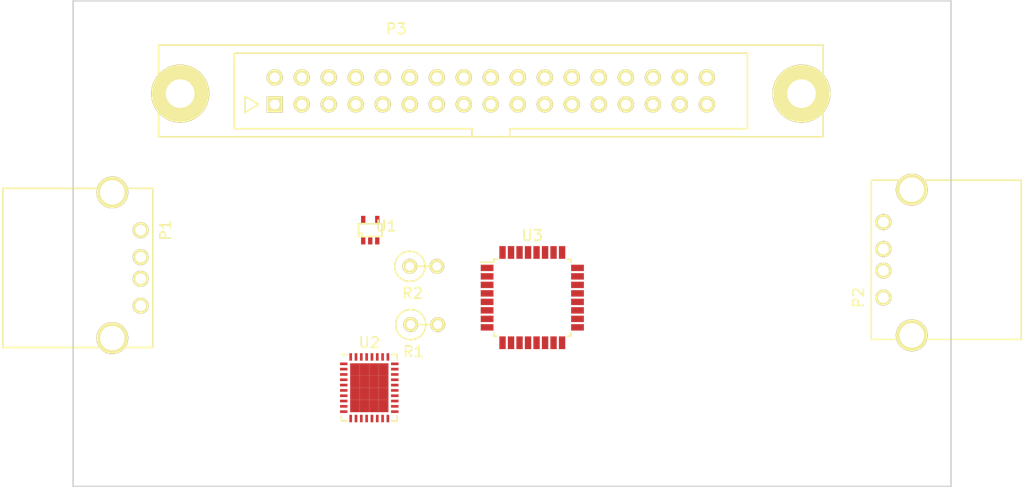
<source format=kicad_pcb>
(kicad_pcb (version 4) (host pcbnew 4.0.2-4+6225~38~ubuntu14.04.1-stable)

  (general
    (links 61)
    (no_connects 61)
    (area 0 0 0 0)
    (thickness 1.6)
    (drawings 4)
    (tracks 0)
    (zones 0)
    (modules 8)
    (nets 60)
  )

  (page A4)
  (layers
    (0 F.Cu signal)
    (31 B.Cu signal)
    (32 B.Adhes user)
    (33 F.Adhes user)
    (34 B.Paste user)
    (35 F.Paste user)
    (36 B.SilkS user)
    (37 F.SilkS user)
    (38 B.Mask user)
    (39 F.Mask user)
    (40 Dwgs.User user)
    (41 Cmts.User user)
    (42 Eco1.User user)
    (43 Eco2.User user)
    (44 Edge.Cuts user)
    (45 Margin user)
    (46 B.CrtYd user)
    (47 F.CrtYd user)
    (48 B.Fab user)
    (49 F.Fab user)
  )

  (setup
    (last_trace_width 0.16)
    (trace_clearance 0.16)
    (zone_clearance 0.508)
    (zone_45_only no)
    (trace_min 0.16)
    (segment_width 0.2)
    (edge_width 0.15)
    (via_size 0.311)
    (via_drill 0.31)
    (via_min_size 0.31)
    (via_min_drill 0.31)
    (uvia_size 0.508)
    (uvia_drill 0.127)
    (uvias_allowed no)
    (uvia_min_size 0.508)
    (uvia_min_drill 0.127)
    (pcb_text_width 0.3)
    (pcb_text_size 1.5 1.5)
    (mod_edge_width 0.15)
    (mod_text_size 1 1)
    (mod_text_width 0.15)
    (pad_size 1.524 1.524)
    (pad_drill 0.762)
    (pad_to_mask_clearance 0.2)
    (aux_axis_origin 0 0)
    (visible_elements FFFFFF7F)
    (pcbplotparams
      (layerselection 0x010fc_80000001)
      (usegerberextensions true)
      (excludeedgelayer false)
      (linewidth 0.150000)
      (plotframeref false)
      (viasonmask false)
      (mode 1)
      (useauxorigin false)
      (hpglpennumber 1)
      (hpglpenspeed 20)
      (hpglpendiameter 15)
      (hpglpenoverlay 2)
      (psnegative false)
      (psa4output false)
      (plotreference true)
      (plotvalue true)
      (plotinvisibletext false)
      (padsonsilk false)
      (subtractmaskfromsilk false)
      (outputformat 1)
      (mirror false)
      (drillshape 0)
      (scaleselection 1)
      (outputdirectory ""))
  )

  (net 0 "")
  (net 1 Earth)
  (net 2 "Net-(P1-Pad3)")
  (net 3 "Net-(P1-Pad2)")
  (net 4 +5V)
  (net 5 "Net-(P1-Pad5)")
  (net 6 "Net-(P2-Pad3)")
  (net 7 "Net-(P2-Pad2)")
  (net 8 "Net-(P2-Pad5)")
  (net 9 +3V3)
  (net 10 "Net-(P3-Pad5)")
  (net 11 "Net-(P3-Pad6)")
  (net 12 "Net-(P3-Pad7)")
  (net 13 "Net-(P3-Pad8)")
  (net 14 "Net-(P3-Pad9)")
  (net 15 "Net-(P3-Pad10)")
  (net 16 "Net-(P3-Pad11)")
  (net 17 "Net-(P3-Pad12)")
  (net 18 "Net-(P3-Pad13)")
  (net 19 "Net-(P3-Pad14)")
  (net 20 "Net-(P3-Pad15)")
  (net 21 "Net-(P3-Pad16)")
  (net 22 "Net-(P3-Pad17)")
  (net 23 "Net-(P3-Pad18)")
  (net 24 "Net-(P3-Pad19)")
  (net 25 "Net-(P3-Pad20)")
  (net 26 "Net-(P3-Pad21)")
  (net 27 "Net-(P3-Pad22)")
  (net 28 "Net-(P3-Pad23)")
  (net 29 "Net-(P3-Pad24)")
  (net 30 "Net-(P3-Pad25)")
  (net 31 "Net-(P3-Pad26)")
  (net 32 "Net-(P3-Pad28)")
  (net 33 "Net-(P3-Pad29)")
  (net 34 "Net-(P3-Pad30)")
  (net 35 "Net-(R1-Pad2)")
  (net 36 "Net-(U2-Pad3)")
  (net 37 "Net-(U2-Pad4)")
  (net 38 "Net-(U2-Pad6)")
  (net 39 "Net-(U2-Pad7)")
  (net 40 "Net-(U2-Pad8)")
  (net 41 "Net-(U2-Pad9)")
  (net 42 "Net-(U2-Pad11)")
  (net 43 "Net-(U2-Pad12)")
  (net 44 "Net-(U2-Pad13)")
  (net 45 "Net-(U2-Pad14)")
  (net 46 "Net-(U2-Pad16)")
  (net 47 "Net-(U2-Pad17)")
  (net 48 "Net-(U2-Pad18)")
  (net 49 "Net-(U2-Pad19)")
  (net 50 "Net-(U2-Pad20)")
  (net 51 "Net-(U2-Pad21)")
  (net 52 "Net-(U2-Pad22)")
  (net 53 "Net-(U2-Pad24)")
  (net 54 "Net-(U2-Pad25)")
  (net 55 "Net-(U2-Pad28)")
  (net 56 "Net-(U2-Pad32)")
  (net 57 "Net-(U2-Pad33)")
  (net 58 "Net-(U2-Pad34)")
  (net 59 "Net-(U2-Pad35)")

  (net_class Default "This is the default net class."
    (clearance 0.16)
    (trace_width 0.16)
    (via_dia 0.311)
    (via_drill 0.31)
    (uvia_dia 0.508)
    (uvia_drill 0.127)
    (add_net +3V3)
    (add_net +5V)
    (add_net Earth)
    (add_net "Net-(P1-Pad2)")
    (add_net "Net-(P1-Pad3)")
    (add_net "Net-(P1-Pad5)")
    (add_net "Net-(P2-Pad2)")
    (add_net "Net-(P2-Pad3)")
    (add_net "Net-(P2-Pad5)")
    (add_net "Net-(P3-Pad10)")
    (add_net "Net-(P3-Pad11)")
    (add_net "Net-(P3-Pad12)")
    (add_net "Net-(P3-Pad13)")
    (add_net "Net-(P3-Pad14)")
    (add_net "Net-(P3-Pad15)")
    (add_net "Net-(P3-Pad16)")
    (add_net "Net-(P3-Pad17)")
    (add_net "Net-(P3-Pad18)")
    (add_net "Net-(P3-Pad19)")
    (add_net "Net-(P3-Pad20)")
    (add_net "Net-(P3-Pad21)")
    (add_net "Net-(P3-Pad22)")
    (add_net "Net-(P3-Pad23)")
    (add_net "Net-(P3-Pad24)")
    (add_net "Net-(P3-Pad25)")
    (add_net "Net-(P3-Pad26)")
    (add_net "Net-(P3-Pad28)")
    (add_net "Net-(P3-Pad29)")
    (add_net "Net-(P3-Pad30)")
    (add_net "Net-(P3-Pad5)")
    (add_net "Net-(P3-Pad6)")
    (add_net "Net-(P3-Pad7)")
    (add_net "Net-(P3-Pad8)")
    (add_net "Net-(P3-Pad9)")
    (add_net "Net-(R1-Pad2)")
    (add_net "Net-(U2-Pad11)")
    (add_net "Net-(U2-Pad12)")
    (add_net "Net-(U2-Pad13)")
    (add_net "Net-(U2-Pad14)")
    (add_net "Net-(U2-Pad16)")
    (add_net "Net-(U2-Pad17)")
    (add_net "Net-(U2-Pad18)")
    (add_net "Net-(U2-Pad19)")
    (add_net "Net-(U2-Pad20)")
    (add_net "Net-(U2-Pad21)")
    (add_net "Net-(U2-Pad22)")
    (add_net "Net-(U2-Pad24)")
    (add_net "Net-(U2-Pad25)")
    (add_net "Net-(U2-Pad28)")
    (add_net "Net-(U2-Pad3)")
    (add_net "Net-(U2-Pad32)")
    (add_net "Net-(U2-Pad33)")
    (add_net "Net-(U2-Pad34)")
    (add_net "Net-(U2-Pad35)")
    (add_net "Net-(U2-Pad4)")
    (add_net "Net-(U2-Pad6)")
    (add_net "Net-(U2-Pad7)")
    (add_net "Net-(U2-Pad8)")
    (add_net "Net-(U2-Pad9)")
  )

  (module Connect:USB_A (layer F.Cu) (tedit 5543E289) (tstamp 56FB834C)
    (at 143.51 115.57 270)
    (descr "USB A connector")
    (tags "USB USB_A")
    (path /56F54364)
    (fp_text reference P1 (at 0 -2.35 270) (layer F.SilkS)
      (effects (font (size 1 1) (thickness 0.15)))
    )
    (fp_text value USB_A (at 3.83794 7.43458 270) (layer F.Fab)
      (effects (font (size 1 1) (thickness 0.15)))
    )
    (fp_line (start -5.3 13.2) (end -5.3 -1.4) (layer F.CrtYd) (width 0.05))
    (fp_line (start 11.95 -1.4) (end 11.95 13.2) (layer F.CrtYd) (width 0.05))
    (fp_line (start -5.3 13.2) (end 11.95 13.2) (layer F.CrtYd) (width 0.05))
    (fp_line (start -5.3 -1.4) (end 11.95 -1.4) (layer F.CrtYd) (width 0.05))
    (fp_line (start 11.04986 -1.14512) (end 11.04986 12.95188) (layer F.SilkS) (width 0.15))
    (fp_line (start -3.93614 12.95188) (end -3.93614 -1.14512) (layer F.SilkS) (width 0.15))
    (fp_line (start 11.04986 -1.14512) (end -3.93614 -1.14512) (layer F.SilkS) (width 0.15))
    (fp_line (start 11.04986 12.95188) (end -3.93614 12.95188) (layer F.SilkS) (width 0.15))
    (pad 4 thru_hole circle (at 7.11286 -0.00212 180) (size 1.50114 1.50114) (drill 1.00076) (layers *.Cu *.Mask F.SilkS)
      (net 1 Earth))
    (pad 3 thru_hole circle (at 4.57286 -0.00212 180) (size 1.50114 1.50114) (drill 1.00076) (layers *.Cu *.Mask F.SilkS)
      (net 2 "Net-(P1-Pad3)"))
    (pad 2 thru_hole circle (at 2.54086 -0.00212 180) (size 1.50114 1.50114) (drill 1.00076) (layers *.Cu *.Mask F.SilkS)
      (net 3 "Net-(P1-Pad2)"))
    (pad 1 thru_hole circle (at 0.00086 -0.00212 180) (size 1.50114 1.50114) (drill 1.00076) (layers *.Cu *.Mask F.SilkS)
      (net 4 +5V))
    (pad 5 thru_hole circle (at 10.16086 2.66488 180) (size 2.99974 2.99974) (drill 2.30124) (layers *.Cu *.Mask F.SilkS)
      (net 5 "Net-(P1-Pad5)"))
    (pad 5 thru_hole circle (at -3.55514 2.66488 180) (size 2.99974 2.99974) (drill 2.30124) (layers *.Cu *.Mask F.SilkS)
      (net 5 "Net-(P1-Pad5)"))
    (model Connect.3dshapes/USB_A.wrl
      (at (xyz 0.14 0 0))
      (scale (xyz 1 1 1))
      (rotate (xyz 0 0 90))
    )
  )

  (module Connect:USB_A (layer F.Cu) (tedit 5543E289) (tstamp 56FB835E)
    (at 213.36 121.92 90)
    (descr "USB A connector")
    (tags "USB USB_A")
    (path /56F54435)
    (fp_text reference P2 (at 0 -2.35 90) (layer F.SilkS)
      (effects (font (size 1 1) (thickness 0.15)))
    )
    (fp_text value USB_A (at 3.83794 7.43458 90) (layer F.Fab)
      (effects (font (size 1 1) (thickness 0.15)))
    )
    (fp_line (start -5.3 13.2) (end -5.3 -1.4) (layer F.CrtYd) (width 0.05))
    (fp_line (start 11.95 -1.4) (end 11.95 13.2) (layer F.CrtYd) (width 0.05))
    (fp_line (start -5.3 13.2) (end 11.95 13.2) (layer F.CrtYd) (width 0.05))
    (fp_line (start -5.3 -1.4) (end 11.95 -1.4) (layer F.CrtYd) (width 0.05))
    (fp_line (start 11.04986 -1.14512) (end 11.04986 12.95188) (layer F.SilkS) (width 0.15))
    (fp_line (start -3.93614 12.95188) (end -3.93614 -1.14512) (layer F.SilkS) (width 0.15))
    (fp_line (start 11.04986 -1.14512) (end -3.93614 -1.14512) (layer F.SilkS) (width 0.15))
    (fp_line (start 11.04986 12.95188) (end -3.93614 12.95188) (layer F.SilkS) (width 0.15))
    (pad 4 thru_hole circle (at 7.11286 -0.00212) (size 1.50114 1.50114) (drill 1.00076) (layers *.Cu *.Mask F.SilkS)
      (net 1 Earth))
    (pad 3 thru_hole circle (at 4.57286 -0.00212) (size 1.50114 1.50114) (drill 1.00076) (layers *.Cu *.Mask F.SilkS)
      (net 6 "Net-(P2-Pad3)"))
    (pad 2 thru_hole circle (at 2.54086 -0.00212) (size 1.50114 1.50114) (drill 1.00076) (layers *.Cu *.Mask F.SilkS)
      (net 7 "Net-(P2-Pad2)"))
    (pad 1 thru_hole circle (at 0.00086 -0.00212) (size 1.50114 1.50114) (drill 1.00076) (layers *.Cu *.Mask F.SilkS)
      (net 4 +5V))
    (pad 5 thru_hole circle (at 10.16086 2.66488) (size 2.99974 2.99974) (drill 2.30124) (layers *.Cu *.Mask F.SilkS)
      (net 8 "Net-(P2-Pad5)"))
    (pad 5 thru_hole circle (at -3.55514 2.66488) (size 2.99974 2.99974) (drill 2.30124) (layers *.Cu *.Mask F.SilkS)
      (net 8 "Net-(P2-Pad5)"))
    (model Connect.3dshapes/USB_A.wrl
      (at (xyz 0.14 0 0))
      (scale (xyz 1 1 1))
      (rotate (xyz 0 0 90))
    )
  )

  (module Connect:HE10_34D (layer F.Cu) (tedit 0) (tstamp 56FB8394)
    (at 176.4411 102.4636)
    (descr "Connecteur HE10 34 contacts droit")
    (tags "CONN HE10")
    (path /56F55F8E)
    (fp_text reference P3 (at -8.89 -5.842) (layer F.SilkS)
      (effects (font (size 1 1) (thickness 0.15)))
    )
    (fp_text value HE10-32 (at 9.144 -5.842) (layer F.Fab)
      (effects (font (size 1 1) (thickness 0.15)))
    )
    (fp_line (start -21.844 1.27) (end -23.114 0.508) (layer F.SilkS) (width 0.15))
    (fp_line (start -23.114 0.508) (end -23.114 2.032) (layer F.SilkS) (width 0.15))
    (fp_line (start -23.114 2.032) (end -21.844 1.27) (layer F.SilkS) (width 0.15))
    (fp_line (start -31.242 -4.318) (end -31.242 4.318) (layer F.SilkS) (width 0.15))
    (fp_line (start -31.242 4.318) (end 31.242 4.318) (layer F.SilkS) (width 0.15))
    (fp_line (start 31.242 4.318) (end 31.242 -4.318) (layer F.SilkS) (width 0.15))
    (fp_line (start 31.242 -4.318) (end -31.242 -4.318) (layer F.SilkS) (width 0.15))
    (fp_line (start -1.778 4.318) (end -1.778 3.556) (layer F.SilkS) (width 0.15))
    (fp_line (start -1.778 3.556) (end -24.13 3.556) (layer F.SilkS) (width 0.15))
    (fp_line (start -24.13 3.556) (end -24.13 -3.556) (layer F.SilkS) (width 0.15))
    (fp_line (start -24.13 -3.556) (end 24.13 -3.556) (layer F.SilkS) (width 0.15))
    (fp_line (start 24.13 -3.556) (end 24.13 3.556) (layer F.SilkS) (width 0.15))
    (fp_line (start 24.13 3.556) (end 1.778 3.556) (layer F.SilkS) (width 0.15))
    (fp_line (start 1.778 3.556) (end 1.778 4.318) (layer F.SilkS) (width 0.15))
    (pad 1 thru_hole rect (at -20.32 1.27) (size 1.524 1.524) (drill 0.9144) (layers *.Cu *.Mask F.SilkS)
      (net 9 +3V3))
    (pad 2 thru_hole circle (at -20.32 -1.27) (size 1.524 1.524) (drill 0.9144) (layers *.Cu *.Mask F.SilkS)
      (net 9 +3V3))
    (pad 3 thru_hole circle (at -17.78 1.27) (size 1.524 1.524) (drill 0.9144) (layers *.Cu *.Mask F.SilkS)
      (net 1 Earth))
    (pad 4 thru_hole circle (at -17.78 -1.27) (size 1.524 1.524) (drill 0.9144) (layers *.Cu *.Mask F.SilkS)
      (net 1 Earth))
    (pad 5 thru_hole circle (at -15.24 1.27) (size 1.524 1.524) (drill 0.9144) (layers *.Cu *.Mask F.SilkS)
      (net 10 "Net-(P3-Pad5)"))
    (pad 6 thru_hole circle (at -15.24 -1.27) (size 1.524 1.524) (drill 0.9144) (layers *.Cu *.Mask F.SilkS)
      (net 11 "Net-(P3-Pad6)"))
    (pad 7 thru_hole circle (at -12.7 1.27) (size 1.524 1.524) (drill 0.9144) (layers *.Cu *.Mask F.SilkS)
      (net 12 "Net-(P3-Pad7)"))
    (pad 8 thru_hole circle (at -12.7 -1.27) (size 1.524 1.524) (drill 0.9144) (layers *.Cu *.Mask F.SilkS)
      (net 13 "Net-(P3-Pad8)"))
    (pad 9 thru_hole circle (at -10.16 1.27) (size 1.524 1.524) (drill 0.9144) (layers *.Cu *.Mask F.SilkS)
      (net 14 "Net-(P3-Pad9)"))
    (pad 10 thru_hole circle (at -10.16 -1.27) (size 1.524 1.524) (drill 0.9144) (layers *.Cu *.Mask F.SilkS)
      (net 15 "Net-(P3-Pad10)"))
    (pad 11 thru_hole circle (at -7.62 1.27) (size 1.524 1.524) (drill 0.9144) (layers *.Cu *.Mask F.SilkS)
      (net 16 "Net-(P3-Pad11)"))
    (pad 12 thru_hole circle (at -7.62 -1.27) (size 1.524 1.524) (drill 0.9144) (layers *.Cu *.Mask F.SilkS)
      (net 17 "Net-(P3-Pad12)"))
    (pad 13 thru_hole circle (at -5.08 1.27) (size 1.524 1.524) (drill 0.9144) (layers *.Cu *.Mask F.SilkS)
      (net 18 "Net-(P3-Pad13)"))
    (pad 14 thru_hole circle (at -5.08 -1.27) (size 1.524 1.524) (drill 0.9144) (layers *.Cu *.Mask F.SilkS)
      (net 19 "Net-(P3-Pad14)"))
    (pad 15 thru_hole circle (at -2.54 1.27) (size 1.524 1.524) (drill 0.9144) (layers *.Cu *.Mask F.SilkS)
      (net 20 "Net-(P3-Pad15)"))
    (pad 16 thru_hole circle (at -2.54 -1.27) (size 1.524 1.524) (drill 0.9144) (layers *.Cu *.Mask F.SilkS)
      (net 21 "Net-(P3-Pad16)"))
    (pad 17 thru_hole circle (at 0 1.27) (size 1.524 1.524) (drill 0.9144) (layers *.Cu *.Mask F.SilkS)
      (net 22 "Net-(P3-Pad17)"))
    (pad 18 thru_hole circle (at 0 -1.27) (size 1.524 1.524) (drill 0.9144) (layers *.Cu *.Mask F.SilkS)
      (net 23 "Net-(P3-Pad18)"))
    (pad 19 thru_hole circle (at 2.54 1.27) (size 1.524 1.524) (drill 0.9144) (layers *.Cu *.Mask F.SilkS)
      (net 24 "Net-(P3-Pad19)"))
    (pad 20 thru_hole circle (at 2.54 -1.27) (size 1.524 1.524) (drill 0.9144) (layers *.Cu *.Mask F.SilkS)
      (net 25 "Net-(P3-Pad20)"))
    (pad "" thru_hole circle (at -29.21 0.254) (size 5.461 5.461) (drill 2.6924) (layers *.Cu *.Mask F.SilkS))
    (pad 21 thru_hole circle (at 5.08 1.27) (size 1.524 1.524) (drill 0.9144) (layers *.Cu *.Mask F.SilkS)
      (net 26 "Net-(P3-Pad21)"))
    (pad 22 thru_hole circle (at 5.08 -1.27) (size 1.524 1.524) (drill 0.9144) (layers *.Cu *.Mask F.SilkS)
      (net 27 "Net-(P3-Pad22)"))
    (pad 23 thru_hole circle (at 7.62 1.27) (size 1.524 1.524) (drill 0.9144) (layers *.Cu *.Mask F.SilkS)
      (net 28 "Net-(P3-Pad23)"))
    (pad 24 thru_hole circle (at 7.62 -1.27) (size 1.524 1.524) (drill 0.9144) (layers *.Cu *.Mask F.SilkS)
      (net 29 "Net-(P3-Pad24)"))
    (pad 25 thru_hole circle (at 10.16 1.27) (size 1.524 1.524) (drill 0.9144) (layers *.Cu *.Mask F.SilkS)
      (net 30 "Net-(P3-Pad25)"))
    (pad 26 thru_hole circle (at 10.16 -1.27) (size 1.524 1.524) (drill 0.9144) (layers *.Cu *.Mask F.SilkS)
      (net 31 "Net-(P3-Pad26)"))
    (pad 27 thru_hole circle (at 12.7 1.27) (size 1.524 1.524) (drill 0.9144) (layers *.Cu *.Mask F.SilkS)
      (net 4 +5V))
    (pad 28 thru_hole circle (at 12.7 -1.27) (size 1.524 1.524) (drill 0.9144) (layers *.Cu *.Mask F.SilkS)
      (net 32 "Net-(P3-Pad28)"))
    (pad 29 thru_hole circle (at 15.24 1.27) (size 1.524 1.524) (drill 0.9144) (layers *.Cu *.Mask F.SilkS)
      (net 33 "Net-(P3-Pad29)"))
    (pad 30 thru_hole circle (at 15.24 -1.27) (size 1.524 1.524) (drill 0.9144) (layers *.Cu *.Mask F.SilkS)
      (net 34 "Net-(P3-Pad30)"))
    (pad 31 thru_hole circle (at 17.78 1.27) (size 1.524 1.524) (drill 0.9144) (layers *.Cu *.Mask F.SilkS)
      (net 1 Earth))
    (pad 32 thru_hole circle (at 17.78 -1.27) (size 1.524 1.524) (drill 0.9144) (layers *.Cu *.Mask F.SilkS)
      (net 1 Earth))
    (pad 33 thru_hole circle (at 20.32 1.27) (size 1.524 1.524) (drill 0.9144) (layers *.Cu *.Mask F.SilkS))
    (pad 34 thru_hole circle (at 20.32 -1.27) (size 1.524 1.524) (drill 0.9144) (layers *.Cu *.Mask F.SilkS))
    (pad "" thru_hole circle (at 29.21 0.254) (size 5.461 5.461) (drill 2.6924) (layers *.Cu *.Mask F.SilkS))
  )

  (module Discret:R1 (layer F.Cu) (tedit 0) (tstamp 56FB839C)
    (at 170.18 124.46)
    (descr "Resistance verticale")
    (tags R)
    (path /56F5560C)
    (fp_text reference R1 (at -1.016 2.54) (layer F.SilkS)
      (effects (font (size 1 1) (thickness 0.15)))
    )
    (fp_text value R (at -1.143 2.54) (layer F.Fab)
      (effects (font (size 1 1) (thickness 0.15)))
    )
    (fp_line (start -1.27 0) (end 1.27 0) (layer F.SilkS) (width 0.15))
    (fp_circle (center -1.27 0) (end -0.635 1.27) (layer F.SilkS) (width 0.15))
    (pad 1 thru_hole circle (at -1.27 0) (size 1.397 1.397) (drill 0.8128) (layers *.Cu *.Mask F.SilkS)
      (net 9 +3V3))
    (pad 2 thru_hole circle (at 1.27 0) (size 1.397 1.397) (drill 0.8128) (layers *.Cu *.Mask F.SilkS)
      (net 35 "Net-(R1-Pad2)"))
    (model Discret.3dshapes/R1.wrl
      (at (xyz 0 0 0))
      (scale (xyz 1 1 1))
      (rotate (xyz 0 0 0))
    )
  )

  (module Discret:R1 (layer F.Cu) (tedit 0) (tstamp 56FB83A4)
    (at 170.0911 118.9736)
    (descr "Resistance verticale")
    (tags R)
    (path /56F55C44)
    (fp_text reference R2 (at -1.016 2.54) (layer F.SilkS)
      (effects (font (size 1 1) (thickness 0.15)))
    )
    (fp_text value R (at -1.143 2.54) (layer F.Fab)
      (effects (font (size 1 1) (thickness 0.15)))
    )
    (fp_line (start -1.27 0) (end 1.27 0) (layer F.SilkS) (width 0.15))
    (fp_circle (center -1.27 0) (end -0.635 1.27) (layer F.SilkS) (width 0.15))
    (pad 1 thru_hole circle (at -1.27 0) (size 1.397 1.397) (drill 0.8128) (layers *.Cu *.Mask F.SilkS)
      (net 9 +3V3))
    (pad 2 thru_hole circle (at 1.27 0) (size 1.397 1.397) (drill 0.8128) (layers *.Cu *.Mask F.SilkS)
      (net 30 "Net-(P3-Pad25)"))
    (model Discret.3dshapes/R1.wrl
      (at (xyz 0 0 0))
      (scale (xyz 1 1 1))
      (rotate (xyz 0 0 0))
    )
  )

  (module TO_SOT_Packages_SMD:SC-70-5 (layer F.Cu) (tedit 0) (tstamp 56FB83B3)
    (at 165.1 115.57)
    (descr "SC70-5 SOT323-5")
    (path /56F54533)
    (attr smd)
    (fp_text reference U1 (at 1.5 -0.4) (layer F.SilkS)
      (effects (font (size 1 1) (thickness 0.15)))
    )
    (fp_text value TLV70033DCK (at 2.2 0.3) (layer F.Fab)
      (effects (font (size 1 1) (thickness 0.15)))
    )
    (fp_line (start -1.1 0.3) (end -0.8 0.3) (layer F.SilkS) (width 0.15))
    (fp_line (start -0.8 0.3) (end -0.8 0.6) (layer F.SilkS) (width 0.15))
    (fp_line (start 1.1 -0.6) (end -1.1 -0.6) (layer F.SilkS) (width 0.15))
    (fp_line (start -1.1 -0.6) (end -1.1 0.6) (layer F.SilkS) (width 0.15))
    (fp_line (start -1.1 0.6) (end 1.1 0.6) (layer F.SilkS) (width 0.15))
    (fp_line (start 1.1 0.6) (end 1.1 -0.6) (layer F.SilkS) (width 0.15))
    (pad 1 smd rect (at -0.6604 1.016) (size 0.4064 0.6604) (layers F.Cu F.Paste F.Mask)
      (net 4 +5V))
    (pad 3 smd rect (at 0.6604 1.016) (size 0.4064 0.6604) (layers F.Cu F.Paste F.Mask)
      (net 4 +5V))
    (pad 2 smd rect (at 0 1.016) (size 0.4064 0.6604) (layers F.Cu F.Paste F.Mask)
      (net 1 Earth))
    (pad 4 smd rect (at 0.6604 -1.016) (size 0.4064 0.6604) (layers F.Cu F.Paste F.Mask))
    (pad 5 smd rect (at -0.6604 -1.016) (size 0.4064 0.6604) (layers F.Cu F.Paste F.Mask)
      (net 9 +3V3))
    (model TO_SOT_Packages_SMD.3dshapes/SC-70-5.wrl
      (at (xyz 0 0 0))
      (scale (xyz 1 1 1))
      (rotate (xyz 0 0 0))
    )
  )

  (module Housings_DFN_QFN:QFN-36-1EP_5x6mm_Pitch0.5mm (layer F.Cu) (tedit 54130A77) (tstamp 56FB83F6)
    (at 165.0111 130.4036)
    (descr "UHE Package; 36-Lead Plastic QFN (5mm x 6mm); (see Linear Technology (UHE36) QFN 05-08-1876 Rev Ø.pdf)")
    (tags "QFN 0.5")
    (path /56F542C4)
    (attr smd)
    (fp_text reference U2 (at 0 -4.25) (layer F.SilkS)
      (effects (font (size 1 1) (thickness 0.15)))
    )
    (fp_text value USB2514 (at 0 4.25) (layer F.Fab)
      (effects (font (size 1 1) (thickness 0.15)))
    )
    (fp_line (start -3 -3.5) (end -3 3.5) (layer F.CrtYd) (width 0.05))
    (fp_line (start 3 -3.5) (end 3 3.5) (layer F.CrtYd) (width 0.05))
    (fp_line (start -3 -3.5) (end 3 -3.5) (layer F.CrtYd) (width 0.05))
    (fp_line (start -3 3.5) (end 3 3.5) (layer F.CrtYd) (width 0.05))
    (fp_line (start 2.625 -3.125) (end 2.625 -2.6) (layer F.SilkS) (width 0.15))
    (fp_line (start -2.625 3.125) (end -2.625 2.6) (layer F.SilkS) (width 0.15))
    (fp_line (start 2.625 3.125) (end 2.625 2.6) (layer F.SilkS) (width 0.15))
    (fp_line (start -2.625 -3.125) (end -2.1 -3.125) (layer F.SilkS) (width 0.15))
    (fp_line (start -2.625 3.125) (end -2.1 3.125) (layer F.SilkS) (width 0.15))
    (fp_line (start 2.625 3.125) (end 2.1 3.125) (layer F.SilkS) (width 0.15))
    (fp_line (start 2.625 -3.125) (end 2.1 -3.125) (layer F.SilkS) (width 0.15))
    (pad 1 smd rect (at -2.4 -2.25) (size 0.7 0.25) (layers F.Cu F.Paste F.Mask)
      (net 7 "Net-(P2-Pad2)"))
    (pad 2 smd rect (at -2.4 -1.75) (size 0.7 0.25) (layers F.Cu F.Paste F.Mask)
      (net 6 "Net-(P2-Pad3)"))
    (pad 3 smd rect (at -2.4 -1.25) (size 0.7 0.25) (layers F.Cu F.Paste F.Mask)
      (net 36 "Net-(U2-Pad3)"))
    (pad 4 smd rect (at -2.4 -0.75) (size 0.7 0.25) (layers F.Cu F.Paste F.Mask)
      (net 37 "Net-(U2-Pad4)"))
    (pad 5 smd rect (at -2.4 -0.25) (size 0.7 0.25) (layers F.Cu F.Paste F.Mask)
      (net 9 +3V3))
    (pad 6 smd rect (at -2.4 0.25) (size 0.7 0.25) (layers F.Cu F.Paste F.Mask)
      (net 38 "Net-(U2-Pad6)"))
    (pad 7 smd rect (at -2.4 0.75) (size 0.7 0.25) (layers F.Cu F.Paste F.Mask)
      (net 39 "Net-(U2-Pad7)"))
    (pad 8 smd rect (at -2.4 1.25) (size 0.7 0.25) (layers F.Cu F.Paste F.Mask)
      (net 40 "Net-(U2-Pad8)"))
    (pad 9 smd rect (at -2.4 1.75) (size 0.7 0.25) (layers F.Cu F.Paste F.Mask)
      (net 41 "Net-(U2-Pad9)"))
    (pad 10 smd rect (at -2.4 2.25) (size 0.7 0.25) (layers F.Cu F.Paste F.Mask)
      (net 9 +3V3))
    (pad 11 smd rect (at -1.75 2.9 90) (size 0.7 0.25) (layers F.Cu F.Paste F.Mask)
      (net 42 "Net-(U2-Pad11)"))
    (pad 12 smd rect (at -1.25 2.9 90) (size 0.7 0.25) (layers F.Cu F.Paste F.Mask)
      (net 43 "Net-(U2-Pad12)"))
    (pad 13 smd rect (at -0.75 2.9 90) (size 0.7 0.25) (layers F.Cu F.Paste F.Mask)
      (net 44 "Net-(U2-Pad13)"))
    (pad 14 smd rect (at -0.25 2.9 90) (size 0.7 0.25) (layers F.Cu F.Paste F.Mask)
      (net 45 "Net-(U2-Pad14)"))
    (pad 15 smd rect (at 0.25 2.9 90) (size 0.7 0.25) (layers F.Cu F.Paste F.Mask)
      (net 9 +3V3))
    (pad 16 smd rect (at 0.75 2.9 90) (size 0.7 0.25) (layers F.Cu F.Paste F.Mask)
      (net 46 "Net-(U2-Pad16)"))
    (pad 17 smd rect (at 1.25 2.9 90) (size 0.7 0.25) (layers F.Cu F.Paste F.Mask)
      (net 47 "Net-(U2-Pad17)"))
    (pad 18 smd rect (at 1.75 2.9 90) (size 0.7 0.25) (layers F.Cu F.Paste F.Mask)
      (net 48 "Net-(U2-Pad18)"))
    (pad 19 smd rect (at 2.4 2.25) (size 0.7 0.25) (layers F.Cu F.Paste F.Mask)
      (net 49 "Net-(U2-Pad19)"))
    (pad 20 smd rect (at 2.4 1.75) (size 0.7 0.25) (layers F.Cu F.Paste F.Mask)
      (net 50 "Net-(U2-Pad20)"))
    (pad 21 smd rect (at 2.4 1.25) (size 0.7 0.25) (layers F.Cu F.Paste F.Mask)
      (net 51 "Net-(U2-Pad21)"))
    (pad 22 smd rect (at 2.4 0.75) (size 0.7 0.25) (layers F.Cu F.Paste F.Mask)
      (net 52 "Net-(U2-Pad22)"))
    (pad 23 smd rect (at 2.4 0.25) (size 0.7 0.25) (layers F.Cu F.Paste F.Mask)
      (net 9 +3V3))
    (pad 24 smd rect (at 2.4 -0.25) (size 0.7 0.25) (layers F.Cu F.Paste F.Mask)
      (net 53 "Net-(U2-Pad24)"))
    (pad 25 smd rect (at 2.4 -0.75) (size 0.7 0.25) (layers F.Cu F.Paste F.Mask)
      (net 54 "Net-(U2-Pad25)"))
    (pad 26 smd rect (at 2.4 -1.25) (size 0.7 0.25) (layers F.Cu F.Paste F.Mask)
      (net 35 "Net-(R1-Pad2)"))
    (pad 27 smd rect (at 2.4 -1.75) (size 0.7 0.25) (layers F.Cu F.Paste F.Mask)
      (net 4 +5V))
    (pad 28 smd rect (at 2.4 -2.25) (size 0.7 0.25) (layers F.Cu F.Paste F.Mask)
      (net 55 "Net-(U2-Pad28)"))
    (pad 29 smd rect (at 1.75 -2.9 90) (size 0.7 0.25) (layers F.Cu F.Paste F.Mask)
      (net 9 +3V3))
    (pad 30 smd rect (at 1.25 -2.9 90) (size 0.7 0.25) (layers F.Cu F.Paste F.Mask)
      (net 3 "Net-(P1-Pad2)"))
    (pad 31 smd rect (at 0.75 -2.9 90) (size 0.7 0.25) (layers F.Cu F.Paste F.Mask)
      (net 2 "Net-(P1-Pad3)"))
    (pad 32 smd rect (at 0.25 -2.9 90) (size 0.7 0.25) (layers F.Cu F.Paste F.Mask)
      (net 56 "Net-(U2-Pad32)"))
    (pad 33 smd rect (at -0.25 -2.9 90) (size 0.7 0.25) (layers F.Cu F.Paste F.Mask)
      (net 57 "Net-(U2-Pad33)"))
    (pad 34 smd rect (at -0.75 -2.9 90) (size 0.7 0.25) (layers F.Cu F.Paste F.Mask)
      (net 58 "Net-(U2-Pad34)"))
    (pad 35 smd rect (at -1.25 -2.9 90) (size 0.7 0.25) (layers F.Cu F.Paste F.Mask)
      (net 59 "Net-(U2-Pad35)"))
    (pad 36 smd rect (at -1.75 -2.9 90) (size 0.7 0.25) (layers F.Cu F.Paste F.Mask)
      (net 9 +3V3))
    (pad 37 smd rect (at 1.35 1.725) (size 0.9 1.15) (layers F.Cu F.Paste F.Mask)
      (solder_paste_margin_ratio -0.2))
    (pad 37 smd rect (at 1.35 0.575) (size 0.9 1.15) (layers F.Cu F.Paste F.Mask)
      (solder_paste_margin_ratio -0.2))
    (pad 37 smd rect (at 1.35 -0.575) (size 0.9 1.15) (layers F.Cu F.Paste F.Mask)
      (solder_paste_margin_ratio -0.2))
    (pad 37 smd rect (at 1.35 -1.725) (size 0.9 1.15) (layers F.Cu F.Paste F.Mask)
      (solder_paste_margin_ratio -0.2))
    (pad 37 smd rect (at 0.45 1.725) (size 0.9 1.15) (layers F.Cu F.Paste F.Mask)
      (solder_paste_margin_ratio -0.2))
    (pad 37 smd rect (at 0.45 0.575) (size 0.9 1.15) (layers F.Cu F.Paste F.Mask)
      (solder_paste_margin_ratio -0.2))
    (pad 37 smd rect (at 0.45 -0.575) (size 0.9 1.15) (layers F.Cu F.Paste F.Mask)
      (solder_paste_margin_ratio -0.2))
    (pad 37 smd rect (at 0.45 -1.725) (size 0.9 1.15) (layers F.Cu F.Paste F.Mask)
      (solder_paste_margin_ratio -0.2))
    (pad 37 smd rect (at -0.45 1.725) (size 0.9 1.15) (layers F.Cu F.Paste F.Mask)
      (solder_paste_margin_ratio -0.2))
    (pad 37 smd rect (at -0.45 0.575) (size 0.9 1.15) (layers F.Cu F.Paste F.Mask)
      (solder_paste_margin_ratio -0.2))
    (pad 37 smd rect (at -0.45 -0.575) (size 0.9 1.15) (layers F.Cu F.Paste F.Mask)
      (solder_paste_margin_ratio -0.2))
    (pad 37 smd rect (at -0.45 -1.725) (size 0.9 1.15) (layers F.Cu F.Paste F.Mask)
      (solder_paste_margin_ratio -0.2))
    (pad 37 smd rect (at -1.35 1.725) (size 0.9 1.15) (layers F.Cu F.Paste F.Mask)
      (solder_paste_margin_ratio -0.2))
    (pad 37 smd rect (at -1.35 0.575) (size 0.9 1.15) (layers F.Cu F.Paste F.Mask)
      (solder_paste_margin_ratio -0.2))
    (pad 37 smd rect (at -1.35 -0.575) (size 0.9 1.15) (layers F.Cu F.Paste F.Mask)
      (solder_paste_margin_ratio -0.2))
    (pad 37 smd rect (at -1.35 -1.725) (size 0.9 1.15) (layers F.Cu F.Paste F.Mask)
      (solder_paste_margin_ratio -0.2))
    (model Housings_DFN_QFN.3dshapes/QFN-36-1EP_5x6mm_Pitch0.5mm.wrl
      (at (xyz 0 0 0))
      (scale (xyz 1 1 1))
      (rotate (xyz 0 0 0))
    )
  )

  (module Housings_QFP:LQFP-32_7x7mm_Pitch0.8mm (layer F.Cu) (tedit 54130A77) (tstamp 56FB8427)
    (at 180.34 121.92)
    (descr "LQFP32: plastic low profile quad flat package; 32 leads; body 7 x 7 x 1.4 mm (see NXP sot358-1_po.pdf and sot358-1_fr.pdf)")
    (tags "QFP 0.8")
    (path /56F540F3)
    (attr smd)
    (fp_text reference U3 (at 0 -5.85) (layer F.SilkS)
      (effects (font (size 1 1) (thickness 0.15)))
    )
    (fp_text value STM32L072KZTx (at 0 5.85) (layer F.Fab)
      (effects (font (size 1 1) (thickness 0.15)))
    )
    (fp_line (start -5.1 -5.1) (end -5.1 5.1) (layer F.CrtYd) (width 0.05))
    (fp_line (start 5.1 -5.1) (end 5.1 5.1) (layer F.CrtYd) (width 0.05))
    (fp_line (start -5.1 -5.1) (end 5.1 -5.1) (layer F.CrtYd) (width 0.05))
    (fp_line (start -5.1 5.1) (end 5.1 5.1) (layer F.CrtYd) (width 0.05))
    (fp_line (start -3.625 -3.625) (end -3.625 -3.325) (layer F.SilkS) (width 0.15))
    (fp_line (start 3.625 -3.625) (end 3.625 -3.325) (layer F.SilkS) (width 0.15))
    (fp_line (start 3.625 3.625) (end 3.625 3.325) (layer F.SilkS) (width 0.15))
    (fp_line (start -3.625 3.625) (end -3.625 3.325) (layer F.SilkS) (width 0.15))
    (fp_line (start -3.625 -3.625) (end -3.325 -3.625) (layer F.SilkS) (width 0.15))
    (fp_line (start -3.625 3.625) (end -3.325 3.625) (layer F.SilkS) (width 0.15))
    (fp_line (start 3.625 3.625) (end 3.325 3.625) (layer F.SilkS) (width 0.15))
    (fp_line (start 3.625 -3.625) (end 3.325 -3.625) (layer F.SilkS) (width 0.15))
    (fp_line (start -3.625 -3.325) (end -4.85 -3.325) (layer F.SilkS) (width 0.15))
    (pad 1 smd rect (at -4.25 -2.8) (size 1.2 0.6) (layers F.Cu F.Paste F.Mask)
      (net 9 +3V3))
    (pad 2 smd rect (at -4.25 -2) (size 1.2 0.6) (layers F.Cu F.Paste F.Mask)
      (net 28 "Net-(P3-Pad23)"))
    (pad 3 smd rect (at -4.25 -1.2) (size 1.2 0.6) (layers F.Cu F.Paste F.Mask)
      (net 26 "Net-(P3-Pad21)"))
    (pad 4 smd rect (at -4.25 -0.4) (size 1.2 0.6) (layers F.Cu F.Paste F.Mask)
      (net 30 "Net-(P3-Pad25)"))
    (pad 5 smd rect (at -4.25 0.4) (size 1.2 0.6) (layers F.Cu F.Paste F.Mask)
      (net 9 +3V3))
    (pad 6 smd rect (at -4.25 1.2) (size 1.2 0.6) (layers F.Cu F.Paste F.Mask)
      (net 11 "Net-(P3-Pad6)"))
    (pad 7 smd rect (at -4.25 2) (size 1.2 0.6) (layers F.Cu F.Paste F.Mask)
      (net 33 "Net-(P3-Pad29)"))
    (pad 8 smd rect (at -4.25 2.8) (size 1.2 0.6) (layers F.Cu F.Paste F.Mask)
      (net 34 "Net-(P3-Pad30)"))
    (pad 9 smd rect (at -2.8 4.25 90) (size 1.2 0.6) (layers F.Cu F.Paste F.Mask)
      (net 32 "Net-(P3-Pad28)"))
    (pad 10 smd rect (at -2 4.25 90) (size 1.2 0.6) (layers F.Cu F.Paste F.Mask)
      (net 13 "Net-(P3-Pad8)"))
    (pad 11 smd rect (at -1.2 4.25 90) (size 1.2 0.6) (layers F.Cu F.Paste F.Mask)
      (net 15 "Net-(P3-Pad10)"))
    (pad 12 smd rect (at -0.4 4.25 90) (size 1.2 0.6) (layers F.Cu F.Paste F.Mask)
      (net 17 "Net-(P3-Pad12)"))
    (pad 13 smd rect (at 0.4 4.25 90) (size 1.2 0.6) (layers F.Cu F.Paste F.Mask)
      (net 19 "Net-(P3-Pad14)"))
    (pad 14 smd rect (at 1.2 4.25 90) (size 1.2 0.6) (layers F.Cu F.Paste F.Mask)
      (net 24 "Net-(P3-Pad19)"))
    (pad 15 smd rect (at 2 4.25 90) (size 1.2 0.6) (layers F.Cu F.Paste F.Mask)
      (net 22 "Net-(P3-Pad17)"))
    (pad 16 smd rect (at 2.8 4.25 90) (size 1.2 0.6) (layers F.Cu F.Paste F.Mask)
      (net 1 Earth))
    (pad 17 smd rect (at 4.25 2.8) (size 1.2 0.6) (layers F.Cu F.Paste F.Mask)
      (net 9 +3V3))
    (pad 18 smd rect (at 4.25 2) (size 1.2 0.6) (layers F.Cu F.Paste F.Mask)
      (net 31 "Net-(P3-Pad26)"))
    (pad 19 smd rect (at 4.25 1.2) (size 1.2 0.6) (layers F.Cu F.Paste F.Mask)
      (net 23 "Net-(P3-Pad18)"))
    (pad 20 smd rect (at 4.25 0.4) (size 1.2 0.6) (layers F.Cu F.Paste F.Mask)
      (net 21 "Net-(P3-Pad16)"))
    (pad 21 smd rect (at 4.25 -0.4) (size 1.2 0.6) (layers F.Cu F.Paste F.Mask)
      (net 36 "Net-(U2-Pad3)"))
    (pad 22 smd rect (at 4.25 -1.2) (size 1.2 0.6) (layers F.Cu F.Paste F.Mask)
      (net 37 "Net-(U2-Pad4)"))
    (pad 23 smd rect (at 4.25 -2) (size 1.2 0.6) (layers F.Cu F.Paste F.Mask)
      (net 25 "Net-(P3-Pad20)"))
    (pad 24 smd rect (at 4.25 -2.8) (size 1.2 0.6) (layers F.Cu F.Paste F.Mask)
      (net 27 "Net-(P3-Pad22)"))
    (pad 25 smd rect (at 2.8 -4.25 90) (size 1.2 0.6) (layers F.Cu F.Paste F.Mask)
      (net 29 "Net-(P3-Pad24)"))
    (pad 26 smd rect (at 2 -4.25 90) (size 1.2 0.6) (layers F.Cu F.Paste F.Mask)
      (net 20 "Net-(P3-Pad15)"))
    (pad 27 smd rect (at 1.2 -4.25 90) (size 1.2 0.6) (layers F.Cu F.Paste F.Mask)
      (net 18 "Net-(P3-Pad13)"))
    (pad 28 smd rect (at 0.4 -4.25 90) (size 1.2 0.6) (layers F.Cu F.Paste F.Mask)
      (net 16 "Net-(P3-Pad11)"))
    (pad 29 smd rect (at -0.4 -4.25 90) (size 1.2 0.6) (layers F.Cu F.Paste F.Mask)
      (net 12 "Net-(P3-Pad7)"))
    (pad 30 smd rect (at -1.2 -4.25 90) (size 1.2 0.6) (layers F.Cu F.Paste F.Mask)
      (net 14 "Net-(P3-Pad9)"))
    (pad 31 smd rect (at -2 -4.25 90) (size 1.2 0.6) (layers F.Cu F.Paste F.Mask)
      (net 10 "Net-(P3-Pad5)"))
    (pad 32 smd rect (at -2.8 -4.25 90) (size 1.2 0.6) (layers F.Cu F.Paste F.Mask)
      (net 1 Earth))
    (model Housings_QFP.3dshapes/LQFP-32_7x7mm_Pitch0.8mm.wrl
      (at (xyz 0 0 0))
      (scale (xyz 1 1 1))
      (rotate (xyz 0 0 0))
    )
  )

  (gr_line (start 219.71 93.98) (end 137.16 93.98) (angle 90) (layer Edge.Cuts) (width 0.15))
  (gr_line (start 219.71 139.7) (end 219.71 93.98) (angle 90) (layer Edge.Cuts) (width 0.15))
  (gr_line (start 137.16 139.7) (end 219.71 139.7) (angle 90) (layer Edge.Cuts) (width 0.15))
  (gr_line (start 137.16 93.98) (end 137.16 139.7) (angle 90) (layer Edge.Cuts) (width 0.15))

)

</source>
